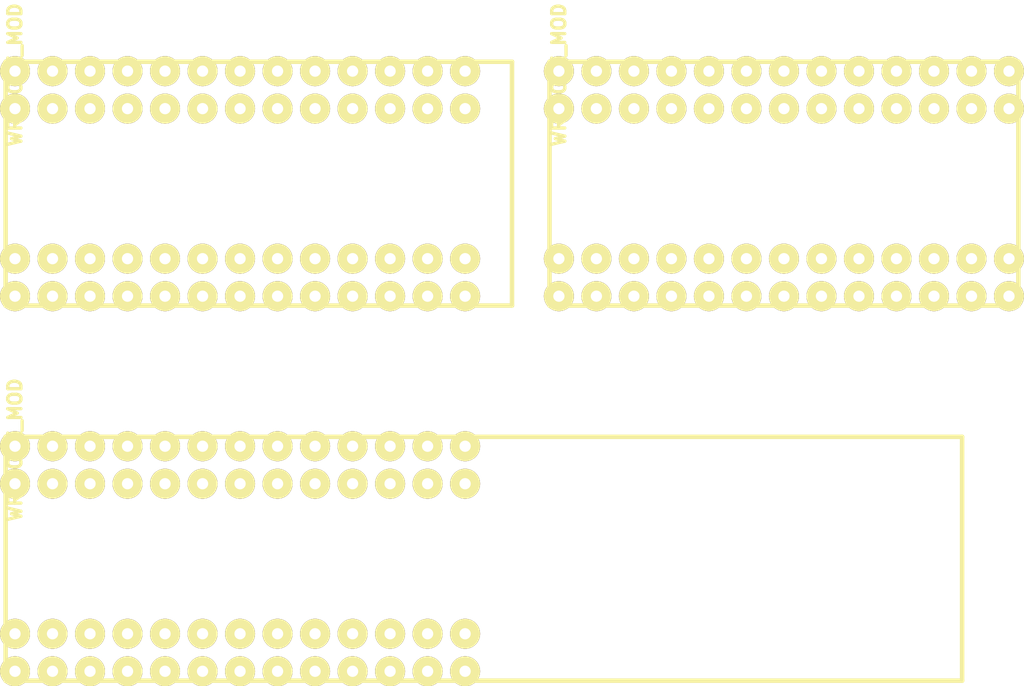
<source format=kicad_pcb>
(kicad_pcb (version 3) (host pcbnew "(2013-jul-07)-stable")

  (general
    (links 0)
    (no_connects 0)
    (area 0 0 0 0)
    (thickness 1.6)
    (drawings 0)
    (tracks 0)
    (zones 0)
    (modules 3)
    (nets 1)
  )

  (page A3)
  (layers
    (15 F.Cu signal)
    (0 B.Cu signal)
    (16 B.Adhes user)
    (17 F.Adhes user)
    (18 B.Paste user)
    (19 F.Paste user)
    (20 B.SilkS user)
    (21 F.SilkS user)
    (22 B.Mask user)
    (23 F.Mask user)
    (24 Dwgs.User user)
    (25 Cmts.User user)
    (26 Eco1.User user)
    (27 Eco2.User user)
    (28 Edge.Cuts user)
  )

  (setup
    (last_trace_width 0.254)
    (trace_clearance 0.254)
    (zone_clearance 0.508)
    (zone_45_only no)
    (trace_min 0.254)
    (segment_width 0.2)
    (edge_width 0.1)
    (via_size 0.889)
    (via_drill 0.635)
    (via_min_size 0.889)
    (via_min_drill 0.508)
    (uvia_size 0.508)
    (uvia_drill 0.127)
    (uvias_allowed no)
    (uvia_min_size 0.508)
    (uvia_min_drill 0.127)
    (pcb_text_width 0.3)
    (pcb_text_size 1.5 1.5)
    (mod_edge_width 0.15)
    (mod_text_size 1 1)
    (mod_text_width 0.15)
    (pad_size 1.5 1.5)
    (pad_drill 0.6)
    (pad_to_mask_clearance 0)
    (aux_axis_origin 0 0)
    (visible_elements FFFFFFBF)
    (pcbplotparams
      (layerselection 3178497)
      (usegerberextensions true)
      (excludeedgelayer true)
      (linewidth 0.150000)
      (plotframeref false)
      (viasonmask false)
      (mode 1)
      (useauxorigin false)
      (hpglpennumber 1)
      (hpglpenspeed 20)
      (hpglpendiameter 15)
      (hpglpenoverlay 2)
      (psnegative false)
      (psa4output false)
      (plotreference true)
      (plotvalue true)
      (plotothertext true)
      (plotinvisibletext false)
      (padsonsilk false)
      (subtractmaskfromsilk false)
      (outputformat 1)
      (mirror false)
      (drillshape 1)
      (scaleselection 1)
      (outputdirectory ""))
  )

  (net 0 "")

  (net_class Default "This is the default net class."
    (clearance 0.254)
    (trace_width 0.254)
    (via_dia 0.889)
    (via_drill 0.635)
    (uvia_dia 0.508)
    (uvia_drill 0.127)
    (add_net "")
  )

  (module WRTNODE_MOD (layer F.Cu) (tedit 200000) (tstamp 5454CA0F)
    (at 176.53 139.7)
    (descr "footprint for wrtnode")
    (fp_text reference U (at 0 -0.254 270) (layer F.SilkS)
      (effects (font (size 0.889 0.889) (thickness 0.3048)))
    )
    (fp_text value WRTNODE_MOD (at 0 0.254 270) (layer F.SilkS)
      (effects (font (size 0.889 0.889) (thickness 0.3048)))
    )
    (fp_line (start -0.635 15.875) (end 64.135 15.875) (layer F.SilkS) (width 0.3048))
    (fp_line (start 64.135 15.875) (end 64.135 -0.635) (layer F.SilkS) (width 0.3048))
    (fp_line (start 64.135 -0.635) (end -0.635 -0.635) (layer F.SilkS) (width 0.3048))
    (fp_line (start -0.635 -0.635) (end -0.635 15.875) (layer F.SilkS) (width 0.3048))
    (pad 1 thru_hole circle (at 0 0 180) (size 2.032 2.032) (drill 0.762)
      (layers *.Cu *.Mask F.SilkS)
    )
    (pad 2 thru_hole circle (at 2.54 0 180) (size 2.032 2.032) (drill 0.762)
      (layers *.Cu *.Mask F.SilkS)
    )
    (pad 3 thru_hole circle (at 5.08 0 180) (size 2.032 2.032) (drill 0.762)
      (layers *.Cu *.Mask F.SilkS)
    )
    (pad 4 thru_hole circle (at 7.62 0 180) (size 2.032 2.032) (drill 0.762)
      (layers *.Cu *.Mask F.SilkS)
    )
    (pad 5 thru_hole circle (at 10.16 0 180) (size 2.032 2.032) (drill 0.762)
      (layers *.Cu *.Mask F.SilkS)
    )
    (pad 6 thru_hole circle (at 12.7 0 180) (size 2.032 2.032) (drill 0.762)
      (layers *.Cu *.Mask F.SilkS)
    )
    (pad 7 thru_hole circle (at 15.24 0 180) (size 2.032 2.032) (drill 0.762)
      (layers *.Cu *.Mask F.SilkS)
    )
    (pad 8 thru_hole circle (at 17.78 0 180) (size 2.032 2.032) (drill 0.762)
      (layers *.Cu *.Mask F.SilkS)
    )
    (pad 9 thru_hole circle (at 20.32 0 180) (size 2.032 2.032) (drill 0.762)
      (layers *.Cu *.Mask F.SilkS)
    )
    (pad 10 thru_hole circle (at 22.86 0 180) (size 2.032 2.032) (drill 0.762)
      (layers *.Cu *.Mask F.SilkS)
    )
    (pad 11 thru_hole circle (at 25.4 0 180) (size 2.032 2.032) (drill 0.762)
      (layers *.Cu *.Mask F.SilkS)
    )
    (pad 12 thru_hole circle (at 27.94 0 180) (size 2.032 2.032) (drill 0.762)
      (layers *.Cu *.Mask F.SilkS)
    )
    (pad 13 thru_hole circle (at 30.48 0 180) (size 2.032 2.032) (drill 0.762)
      (layers *.Cu *.Mask F.SilkS)
    )
    (pad 14 thru_hole circle (at 0 2.54 180) (size 2.032 2.032) (drill 0.762)
      (layers *.Cu *.Mask F.SilkS)
    )
    (pad 15 thru_hole circle (at 2.54 2.54 180) (size 2.032 2.032) (drill 0.762)
      (layers *.Cu *.Mask F.SilkS)
    )
    (pad 16 thru_hole circle (at 5.08 2.54 180) (size 2.032 2.032) (drill 0.762)
      (layers *.Cu *.Mask F.SilkS)
    )
    (pad 17 thru_hole circle (at 7.62 2.54 180) (size 2.032 2.032) (drill 0.762)
      (layers *.Cu *.Mask F.SilkS)
    )
    (pad 18 thru_hole circle (at 10.16 2.54 180) (size 2.032 2.032) (drill 0.762)
      (layers *.Cu *.Mask F.SilkS)
    )
    (pad 19 thru_hole circle (at 12.7 2.54 180) (size 2.032 2.032) (drill 0.762)
      (layers *.Cu *.Mask F.SilkS)
    )
    (pad 20 thru_hole circle (at 15.24 2.54 180) (size 2.032 2.032) (drill 0.762)
      (layers *.Cu *.Mask F.SilkS)
    )
    (pad 21 thru_hole circle (at 17.78 2.54 180) (size 2.032 2.032) (drill 0.762)
      (layers *.Cu *.Mask F.SilkS)
    )
    (pad 22 thru_hole circle (at 20.32 2.54 180) (size 2.032 2.032) (drill 0.762)
      (layers *.Cu *.Mask F.SilkS)
    )
    (pad 23 thru_hole circle (at 22.86 2.54 180) (size 2.032 2.032) (drill 0.762)
      (layers *.Cu *.Mask F.SilkS)
    )
    (pad 24 thru_hole circle (at 25.4 2.54 180) (size 2.032 2.032) (drill 0.762)
      (layers *.Cu *.Mask F.SilkS)
    )
    (pad 25 thru_hole circle (at 27.94 2.54 180) (size 2.032 2.032) (drill 0.762)
      (layers *.Cu *.Mask F.SilkS)
    )
    (pad 26 thru_hole circle (at 30.48 2.54 180) (size 2.032 2.032) (drill 0.762)
      (layers *.Cu *.Mask F.SilkS)
    )
    (pad 27 thru_hole circle (at 0 12.7) (size 2.032 2.032) (drill 0.762)
      (layers *.Cu *.Mask F.SilkS)
    )
    (pad 28 thru_hole circle (at 2.54 12.7) (size 2.032 2.032) (drill 0.762)
      (layers *.Cu *.Mask F.SilkS)
    )
    (pad 29 thru_hole circle (at 5.08 12.7) (size 2.032 2.032) (drill 0.762)
      (layers *.Cu *.Mask F.SilkS)
    )
    (pad 30 thru_hole circle (at 7.62 12.7) (size 2.032 2.032) (drill 0.762)
      (layers *.Cu *.Mask F.SilkS)
    )
    (pad 31 thru_hole circle (at 10.16 12.7) (size 2.032 2.032) (drill 0.762)
      (layers *.Cu *.Mask F.SilkS)
    )
    (pad 32 thru_hole circle (at 12.7 12.7) (size 2.032 2.032) (drill 0.762)
      (layers *.Cu *.Mask F.SilkS)
    )
    (pad 33 thru_hole circle (at 15.24 12.7) (size 2.032 2.032) (drill 0.762)
      (layers *.Cu *.Mask F.SilkS)
    )
    (pad 34 thru_hole circle (at 17.78 12.7) (size 2.032 2.032) (drill 0.762)
      (layers *.Cu *.Mask F.SilkS)
    )
    (pad 35 thru_hole circle (at 20.32 12.7) (size 2.032 2.032) (drill 0.762)
      (layers *.Cu *.Mask F.SilkS)
    )
    (pad 36 thru_hole circle (at 22.86 12.7) (size 2.032 2.032) (drill 0.762)
      (layers *.Cu *.Mask F.SilkS)
    )
    (pad 37 thru_hole circle (at 25.4 12.7) (size 2.032 2.032) (drill 0.762)
      (layers *.Cu *.Mask F.SilkS)
    )
    (pad 38 thru_hole circle (at 27.94 12.7) (size 2.032 2.032) (drill 0.762)
      (layers *.Cu *.Mask F.SilkS)
    )
    (pad 39 thru_hole circle (at 30.48 12.7) (size 2.032 2.032) (drill 0.762)
      (layers *.Cu *.Mask F.SilkS)
    )
    (pad 40 thru_hole circle (at 0 15.24) (size 2.032 2.032) (drill 0.762)
      (layers *.Cu *.Mask F.SilkS)
    )
    (pad 41 thru_hole circle (at 2.54 15.24) (size 2.032 2.032) (drill 0.762)
      (layers *.Cu *.Mask F.SilkS)
    )
    (pad 42 thru_hole circle (at 5.08 15.24) (size 2.032 2.032) (drill 0.762)
      (layers *.Cu *.Mask F.SilkS)
    )
    (pad 43 thru_hole circle (at 7.62 15.24) (size 2.032 2.032) (drill 0.762)
      (layers *.Cu *.Mask F.SilkS)
    )
    (pad 44 thru_hole circle (at 10.16 15.24) (size 2.032 2.032) (drill 0.762)
      (layers *.Cu *.Mask F.SilkS)
    )
    (pad 45 thru_hole circle (at 12.7 15.24) (size 2.032 2.032) (drill 0.762)
      (layers *.Cu *.Mask F.SilkS)
    )
    (pad 46 thru_hole circle (at 15.24 15.24) (size 2.032 2.032) (drill 0.762)
      (layers *.Cu *.Mask F.SilkS)
    )
    (pad 47 thru_hole circle (at 17.78 15.24) (size 2.032 2.032) (drill 0.762)
      (layers *.Cu *.Mask F.SilkS)
    )
    (pad 48 thru_hole circle (at 20.32 15.24) (size 2.032 2.032) (drill 0.762)
      (layers *.Cu *.Mask F.SilkS)
    )
    (pad 49 thru_hole circle (at 22.86 15.24) (size 2.032 2.032) (drill 0.762)
      (layers *.Cu *.Mask F.SilkS)
    )
    (pad 50 thru_hole circle (at 25.4 15.24) (size 2.032 2.032) (drill 0.762)
      (layers *.Cu *.Mask F.SilkS)
    )
    (pad 51 thru_hole circle (at 27.94 15.24) (size 2.032 2.032) (drill 0.762)
      (layers *.Cu *.Mask F.SilkS)
    )
    (pad 52 thru_hole circle (at 30.48 15.24) (size 2.032 2.032) (drill 0.762)
      (layers *.Cu *.Mask F.SilkS)
    )
  )

  (module WRTNODE_MOD (layer F.Cu) (tedit 200000) (tstamp 5454CAFC)
    (at 176.53 114.3)
    (descr "footprint for wrtnode")
    (fp_text reference U (at 0 -0.254 270) (layer F.SilkS)
      (effects (font (size 0.889 0.889) (thickness 0.3048)))
    )
    (fp_text value WRTNODE_MOD (at 0 0.254 270) (layer F.SilkS)
      (effects (font (size 0.889 0.889) (thickness 0.3048)))
    )
    (fp_line (start -0.635 15.875) (end 33.655 15.875) (layer F.SilkS) (width 0.3048))
    (fp_line (start 33.655 15.875) (end 33.655 -0.635) (layer F.SilkS) (width 0.3048))
    (fp_line (start 33.655 -0.635) (end -0.635 -0.635) (layer F.SilkS) (width 0.3048))
    (fp_line (start -0.635 -0.635) (end -0.635 15.875) (layer F.SilkS) (width 0.3048))
    (pad 1 thru_hole circle (at 0 0 180) (size 2.032 2.032) (drill 0.762)
      (layers *.Cu *.Mask F.SilkS)
    )
    (pad 2 thru_hole circle (at 2.54 0 180) (size 2.032 2.032) (drill 0.762)
      (layers *.Cu *.Mask F.SilkS)
    )
    (pad 3 thru_hole circle (at 5.08 0 180) (size 2.032 2.032) (drill 0.762)
      (layers *.Cu *.Mask F.SilkS)
    )
    (pad 4 thru_hole circle (at 7.62 0 180) (size 2.032 2.032) (drill 0.762)
      (layers *.Cu *.Mask F.SilkS)
    )
    (pad 5 thru_hole circle (at 10.16 0 180) (size 2.032 2.032) (drill 0.762)
      (layers *.Cu *.Mask F.SilkS)
    )
    (pad 6 thru_hole circle (at 12.7 0 180) (size 2.032 2.032) (drill 0.762)
      (layers *.Cu *.Mask F.SilkS)
    )
    (pad 7 thru_hole circle (at 15.24 0 180) (size 2.032 2.032) (drill 0.762)
      (layers *.Cu *.Mask F.SilkS)
    )
    (pad 8 thru_hole circle (at 17.78 0 180) (size 2.032 2.032) (drill 0.762)
      (layers *.Cu *.Mask F.SilkS)
    )
    (pad 9 thru_hole circle (at 20.32 0 180) (size 2.032 2.032) (drill 0.762)
      (layers *.Cu *.Mask F.SilkS)
    )
    (pad 10 thru_hole circle (at 22.86 0 180) (size 2.032 2.032) (drill 0.762)
      (layers *.Cu *.Mask F.SilkS)
    )
    (pad 11 thru_hole circle (at 25.4 0 180) (size 2.032 2.032) (drill 0.762)
      (layers *.Cu *.Mask F.SilkS)
    )
    (pad 12 thru_hole circle (at 27.94 0 180) (size 2.032 2.032) (drill 0.762)
      (layers *.Cu *.Mask F.SilkS)
    )
    (pad 13 thru_hole circle (at 30.48 0 180) (size 2.032 2.032) (drill 0.762)
      (layers *.Cu *.Mask F.SilkS)
    )
    (pad 14 thru_hole circle (at 0 2.54 180) (size 2.032 2.032) (drill 0.762)
      (layers *.Cu *.Mask F.SilkS)
    )
    (pad 15 thru_hole circle (at 2.54 2.54 180) (size 2.032 2.032) (drill 0.762)
      (layers *.Cu *.Mask F.SilkS)
    )
    (pad 16 thru_hole circle (at 5.08 2.54 180) (size 2.032 2.032) (drill 0.762)
      (layers *.Cu *.Mask F.SilkS)
    )
    (pad 17 thru_hole circle (at 7.62 2.54 180) (size 2.032 2.032) (drill 0.762)
      (layers *.Cu *.Mask F.SilkS)
    )
    (pad 18 thru_hole circle (at 10.16 2.54 180) (size 2.032 2.032) (drill 0.762)
      (layers *.Cu *.Mask F.SilkS)
    )
    (pad 19 thru_hole circle (at 12.7 2.54 180) (size 2.032 2.032) (drill 0.762)
      (layers *.Cu *.Mask F.SilkS)
    )
    (pad 20 thru_hole circle (at 15.24 2.54 180) (size 2.032 2.032) (drill 0.762)
      (layers *.Cu *.Mask F.SilkS)
    )
    (pad 21 thru_hole circle (at 17.78 2.54 180) (size 2.032 2.032) (drill 0.762)
      (layers *.Cu *.Mask F.SilkS)
    )
    (pad 22 thru_hole circle (at 20.32 2.54 180) (size 2.032 2.032) (drill 0.762)
      (layers *.Cu *.Mask F.SilkS)
    )
    (pad 23 thru_hole circle (at 22.86 2.54 180) (size 2.032 2.032) (drill 0.762)
      (layers *.Cu *.Mask F.SilkS)
    )
    (pad 24 thru_hole circle (at 25.4 2.54 180) (size 2.032 2.032) (drill 0.762)
      (layers *.Cu *.Mask F.SilkS)
    )
    (pad 25 thru_hole circle (at 27.94 2.54 180) (size 2.032 2.032) (drill 0.762)
      (layers *.Cu *.Mask F.SilkS)
    )
    (pad 26 thru_hole circle (at 30.48 2.54 180) (size 2.032 2.032) (drill 0.762)
      (layers *.Cu *.Mask F.SilkS)
    )
    (pad 27 thru_hole circle (at 0 12.7) (size 2.032 2.032) (drill 0.762)
      (layers *.Cu *.Mask F.SilkS)
    )
    (pad 28 thru_hole circle (at 2.54 12.7) (size 2.032 2.032) (drill 0.762)
      (layers *.Cu *.Mask F.SilkS)
    )
    (pad 29 thru_hole circle (at 5.08 12.7) (size 2.032 2.032) (drill 0.762)
      (layers *.Cu *.Mask F.SilkS)
    )
    (pad 30 thru_hole circle (at 7.62 12.7) (size 2.032 2.032) (drill 0.762)
      (layers *.Cu *.Mask F.SilkS)
    )
    (pad 31 thru_hole circle (at 10.16 12.7) (size 2.032 2.032) (drill 0.762)
      (layers *.Cu *.Mask F.SilkS)
    )
    (pad 32 thru_hole circle (at 12.7 12.7) (size 2.032 2.032) (drill 0.762)
      (layers *.Cu *.Mask F.SilkS)
    )
    (pad 33 thru_hole circle (at 15.24 12.7) (size 2.032 2.032) (drill 0.762)
      (layers *.Cu *.Mask F.SilkS)
    )
    (pad 34 thru_hole circle (at 17.78 12.7) (size 2.032 2.032) (drill 0.762)
      (layers *.Cu *.Mask F.SilkS)
    )
    (pad 35 thru_hole circle (at 20.32 12.7) (size 2.032 2.032) (drill 0.762)
      (layers *.Cu *.Mask F.SilkS)
    )
    (pad 36 thru_hole circle (at 22.86 12.7) (size 2.032 2.032) (drill 0.762)
      (layers *.Cu *.Mask F.SilkS)
    )
    (pad 37 thru_hole circle (at 25.4 12.7) (size 2.032 2.032) (drill 0.762)
      (layers *.Cu *.Mask F.SilkS)
    )
    (pad 38 thru_hole circle (at 27.94 12.7) (size 2.032 2.032) (drill 0.762)
      (layers *.Cu *.Mask F.SilkS)
    )
    (pad 39 thru_hole circle (at 30.48 12.7) (size 2.032 2.032) (drill 0.762)
      (layers *.Cu *.Mask F.SilkS)
    )
    (pad 40 thru_hole circle (at 0 15.24) (size 2.032 2.032) (drill 0.762)
      (layers *.Cu *.Mask F.SilkS)
    )
    (pad 41 thru_hole circle (at 2.54 15.24) (size 2.032 2.032) (drill 0.762)
      (layers *.Cu *.Mask F.SilkS)
    )
    (pad 42 thru_hole circle (at 5.08 15.24) (size 2.032 2.032) (drill 0.762)
      (layers *.Cu *.Mask F.SilkS)
    )
    (pad 43 thru_hole circle (at 7.62 15.24) (size 2.032 2.032) (drill 0.762)
      (layers *.Cu *.Mask F.SilkS)
    )
    (pad 44 thru_hole circle (at 10.16 15.24) (size 2.032 2.032) (drill 0.762)
      (layers *.Cu *.Mask F.SilkS)
    )
    (pad 45 thru_hole circle (at 12.7 15.24) (size 2.032 2.032) (drill 0.762)
      (layers *.Cu *.Mask F.SilkS)
    )
    (pad 46 thru_hole circle (at 15.24 15.24) (size 2.032 2.032) (drill 0.762)
      (layers *.Cu *.Mask F.SilkS)
    )
    (pad 47 thru_hole circle (at 17.78 15.24) (size 2.032 2.032) (drill 0.762)
      (layers *.Cu *.Mask F.SilkS)
    )
    (pad 48 thru_hole circle (at 20.32 15.24) (size 2.032 2.032) (drill 0.762)
      (layers *.Cu *.Mask F.SilkS)
    )
    (pad 49 thru_hole circle (at 22.86 15.24) (size 2.032 2.032) (drill 0.762)
      (layers *.Cu *.Mask F.SilkS)
    )
    (pad 50 thru_hole circle (at 25.4 15.24) (size 2.032 2.032) (drill 0.762)
      (layers *.Cu *.Mask F.SilkS)
    )
    (pad 51 thru_hole circle (at 27.94 15.24) (size 2.032 2.032) (drill 0.762)
      (layers *.Cu *.Mask F.SilkS)
    )
    (pad 52 thru_hole circle (at 30.48 15.24) (size 2.032 2.032) (drill 0.762)
      (layers *.Cu *.Mask F.SilkS)
    )
  )

  (module WRTNODE_MOD (layer F.Cu) (tedit 200000) (tstamp 5454CB75)
    (at 213.36 114.3)
    (descr "footprint for wrtnode")
    (fp_text reference U (at 0 -0.254 270) (layer F.SilkS)
      (effects (font (size 0.889 0.889) (thickness 0.3048)))
    )
    (fp_text value WRTNODE_MOD (at 0 0.254 270) (layer F.SilkS)
      (effects (font (size 0.889 0.889) (thickness 0.3048)))
    )
    (fp_line (start -0.635 15.875) (end 31.115 15.875) (layer F.SilkS) (width 0.3048))
    (fp_line (start 31.115 15.875) (end 31.115 -0.635) (layer F.SilkS) (width 0.3048))
    (fp_line (start 31.115 -0.635) (end -0.635 -0.635) (layer F.SilkS) (width 0.3048))
    (fp_line (start -0.635 -0.635) (end -0.635 15.875) (layer F.SilkS) (width 0.3048))
    (pad 1 thru_hole circle (at 0 0 180) (size 2.032 2.032) (drill 0.762)
      (layers *.Cu *.Mask F.SilkS)
    )
    (pad 2 thru_hole circle (at 2.54 0 180) (size 2.032 2.032) (drill 0.762)
      (layers *.Cu *.Mask F.SilkS)
    )
    (pad 3 thru_hole circle (at 5.08 0 180) (size 2.032 2.032) (drill 0.762)
      (layers *.Cu *.Mask F.SilkS)
    )
    (pad 4 thru_hole circle (at 7.62 0 180) (size 2.032 2.032) (drill 0.762)
      (layers *.Cu *.Mask F.SilkS)
    )
    (pad 5 thru_hole circle (at 10.16 0 180) (size 2.032 2.032) (drill 0.762)
      (layers *.Cu *.Mask F.SilkS)
    )
    (pad 6 thru_hole circle (at 12.7 0 180) (size 2.032 2.032) (drill 0.762)
      (layers *.Cu *.Mask F.SilkS)
    )
    (pad 7 thru_hole circle (at 15.24 0 180) (size 2.032 2.032) (drill 0.762)
      (layers *.Cu *.Mask F.SilkS)
    )
    (pad 8 thru_hole circle (at 17.78 0 180) (size 2.032 2.032) (drill 0.762)
      (layers *.Cu *.Mask F.SilkS)
    )
    (pad 9 thru_hole circle (at 20.32 0 180) (size 2.032 2.032) (drill 0.762)
      (layers *.Cu *.Mask F.SilkS)
    )
    (pad 10 thru_hole circle (at 22.86 0 180) (size 2.032 2.032) (drill 0.762)
      (layers *.Cu *.Mask F.SilkS)
    )
    (pad 11 thru_hole circle (at 25.4 0 180) (size 2.032 2.032) (drill 0.762)
      (layers *.Cu *.Mask F.SilkS)
    )
    (pad 12 thru_hole circle (at 27.94 0 180) (size 2.032 2.032) (drill 0.762)
      (layers *.Cu *.Mask F.SilkS)
    )
    (pad 13 thru_hole circle (at 30.48 0 180) (size 2.032 2.032) (drill 0.762)
      (layers *.Cu *.Mask F.SilkS)
    )
    (pad 14 thru_hole circle (at 0 2.54 180) (size 2.032 2.032) (drill 0.762)
      (layers *.Cu *.Mask F.SilkS)
    )
    (pad 15 thru_hole circle (at 2.54 2.54 180) (size 2.032 2.032) (drill 0.762)
      (layers *.Cu *.Mask F.SilkS)
    )
    (pad 16 thru_hole circle (at 5.08 2.54 180) (size 2.032 2.032) (drill 0.762)
      (layers *.Cu *.Mask F.SilkS)
    )
    (pad 17 thru_hole circle (at 7.62 2.54 180) (size 2.032 2.032) (drill 0.762)
      (layers *.Cu *.Mask F.SilkS)
    )
    (pad 18 thru_hole circle (at 10.16 2.54 180) (size 2.032 2.032) (drill 0.762)
      (layers *.Cu *.Mask F.SilkS)
    )
    (pad 19 thru_hole circle (at 12.7 2.54 180) (size 2.032 2.032) (drill 0.762)
      (layers *.Cu *.Mask F.SilkS)
    )
    (pad 20 thru_hole circle (at 15.24 2.54 180) (size 2.032 2.032) (drill 0.762)
      (layers *.Cu *.Mask F.SilkS)
    )
    (pad 21 thru_hole circle (at 17.78 2.54 180) (size 2.032 2.032) (drill 0.762)
      (layers *.Cu *.Mask F.SilkS)
    )
    (pad 22 thru_hole circle (at 20.32 2.54 180) (size 2.032 2.032) (drill 0.762)
      (layers *.Cu *.Mask F.SilkS)
    )
    (pad 23 thru_hole circle (at 22.86 2.54 180) (size 2.032 2.032) (drill 0.762)
      (layers *.Cu *.Mask F.SilkS)
    )
    (pad 24 thru_hole circle (at 25.4 2.54 180) (size 2.032 2.032) (drill 0.762)
      (layers *.Cu *.Mask F.SilkS)
    )
    (pad 25 thru_hole circle (at 27.94 2.54 180) (size 2.032 2.032) (drill 0.762)
      (layers *.Cu *.Mask F.SilkS)
    )
    (pad 26 thru_hole circle (at 30.48 2.54 180) (size 2.032 2.032) (drill 0.762)
      (layers *.Cu *.Mask F.SilkS)
    )
    (pad 27 thru_hole circle (at 0 12.7) (size 2.032 2.032) (drill 0.762)
      (layers *.Cu *.Mask F.SilkS)
    )
    (pad 28 thru_hole circle (at 2.54 12.7) (size 2.032 2.032) (drill 0.762)
      (layers *.Cu *.Mask F.SilkS)
    )
    (pad 29 thru_hole circle (at 5.08 12.7) (size 2.032 2.032) (drill 0.762)
      (layers *.Cu *.Mask F.SilkS)
    )
    (pad 30 thru_hole circle (at 7.62 12.7) (size 2.032 2.032) (drill 0.762)
      (layers *.Cu *.Mask F.SilkS)
    )
    (pad 31 thru_hole circle (at 10.16 12.7) (size 2.032 2.032) (drill 0.762)
      (layers *.Cu *.Mask F.SilkS)
    )
    (pad 32 thru_hole circle (at 12.7 12.7) (size 2.032 2.032) (drill 0.762)
      (layers *.Cu *.Mask F.SilkS)
    )
    (pad 33 thru_hole circle (at 15.24 12.7) (size 2.032 2.032) (drill 0.762)
      (layers *.Cu *.Mask F.SilkS)
    )
    (pad 34 thru_hole circle (at 17.78 12.7) (size 2.032 2.032) (drill 0.762)
      (layers *.Cu *.Mask F.SilkS)
    )
    (pad 35 thru_hole circle (at 20.32 12.7) (size 2.032 2.032) (drill 0.762)
      (layers *.Cu *.Mask F.SilkS)
    )
    (pad 36 thru_hole circle (at 22.86 12.7) (size 2.032 2.032) (drill 0.762)
      (layers *.Cu *.Mask F.SilkS)
    )
    (pad 37 thru_hole circle (at 25.4 12.7) (size 2.032 2.032) (drill 0.762)
      (layers *.Cu *.Mask F.SilkS)
    )
    (pad 38 thru_hole circle (at 27.94 12.7) (size 2.032 2.032) (drill 0.762)
      (layers *.Cu *.Mask F.SilkS)
    )
    (pad 39 thru_hole circle (at 30.48 12.7) (size 2.032 2.032) (drill 0.762)
      (layers *.Cu *.Mask F.SilkS)
    )
    (pad 40 thru_hole circle (at 0 15.24) (size 2.032 2.032) (drill 0.762)
      (layers *.Cu *.Mask F.SilkS)
    )
    (pad 41 thru_hole circle (at 2.54 15.24) (size 2.032 2.032) (drill 0.762)
      (layers *.Cu *.Mask F.SilkS)
    )
    (pad 42 thru_hole circle (at 5.08 15.24) (size 2.032 2.032) (drill 0.762)
      (layers *.Cu *.Mask F.SilkS)
    )
    (pad 43 thru_hole circle (at 7.62 15.24) (size 2.032 2.032) (drill 0.762)
      (layers *.Cu *.Mask F.SilkS)
    )
    (pad 44 thru_hole circle (at 10.16 15.24) (size 2.032 2.032) (drill 0.762)
      (layers *.Cu *.Mask F.SilkS)
    )
    (pad 45 thru_hole circle (at 12.7 15.24) (size 2.032 2.032) (drill 0.762)
      (layers *.Cu *.Mask F.SilkS)
    )
    (pad 46 thru_hole circle (at 15.24 15.24) (size 2.032 2.032) (drill 0.762)
      (layers *.Cu *.Mask F.SilkS)
    )
    (pad 47 thru_hole circle (at 17.78 15.24) (size 2.032 2.032) (drill 0.762)
      (layers *.Cu *.Mask F.SilkS)
    )
    (pad 48 thru_hole circle (at 20.32 15.24) (size 2.032 2.032) (drill 0.762)
      (layers *.Cu *.Mask F.SilkS)
    )
    (pad 49 thru_hole circle (at 22.86 15.24) (size 2.032 2.032) (drill 0.762)
      (layers *.Cu *.Mask F.SilkS)
    )
    (pad 50 thru_hole circle (at 25.4 15.24) (size 2.032 2.032) (drill 0.762)
      (layers *.Cu *.Mask F.SilkS)
    )
    (pad 51 thru_hole circle (at 27.94 15.24) (size 2.032 2.032) (drill 0.762)
      (layers *.Cu *.Mask F.SilkS)
    )
    (pad 52 thru_hole circle (at 30.48 15.24) (size 2.032 2.032) (drill 0.762)
      (layers *.Cu *.Mask F.SilkS)
    )
  )

)

</source>
